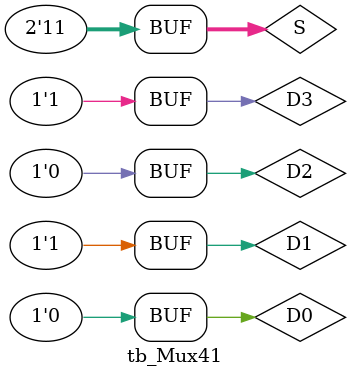
<source format=v>
`timescale 1ns / 1ps
module tb_Mux41();
reg [1:0]S;
reg D0,D1,D2,D3;
wire Y;
Mux41 uut(
.S(S),
.D0(D0),
.D1(D1),
.D2(D2),
.D3(D3),
.Y(Y)
);
initial
   begin
   D0 = 1'b0; 
   D1 = 1'b1;
   D2 = 1'b0;
   D3 = 1'b1;
    S = 2'b00;
    #20;
    D0 = 1'b0; 
   D1 = 1'b1;
   D2 = 1'b0;
   D3 = 1'b1;
    S = 2'b01;
    #20;
    D0 = 1'b0; 
   D1 = 1'b1;
   D2 = 1'b0;
   D3 = 1'b1;
    S = 2'b10;
    #20;
    D0 = 1'b0; 
   D1 = 1'b1;
   D2 = 1'b0;
   D3 = 1'b1;
    S = 2'b11;
    #20;
end
endmodule

</source>
